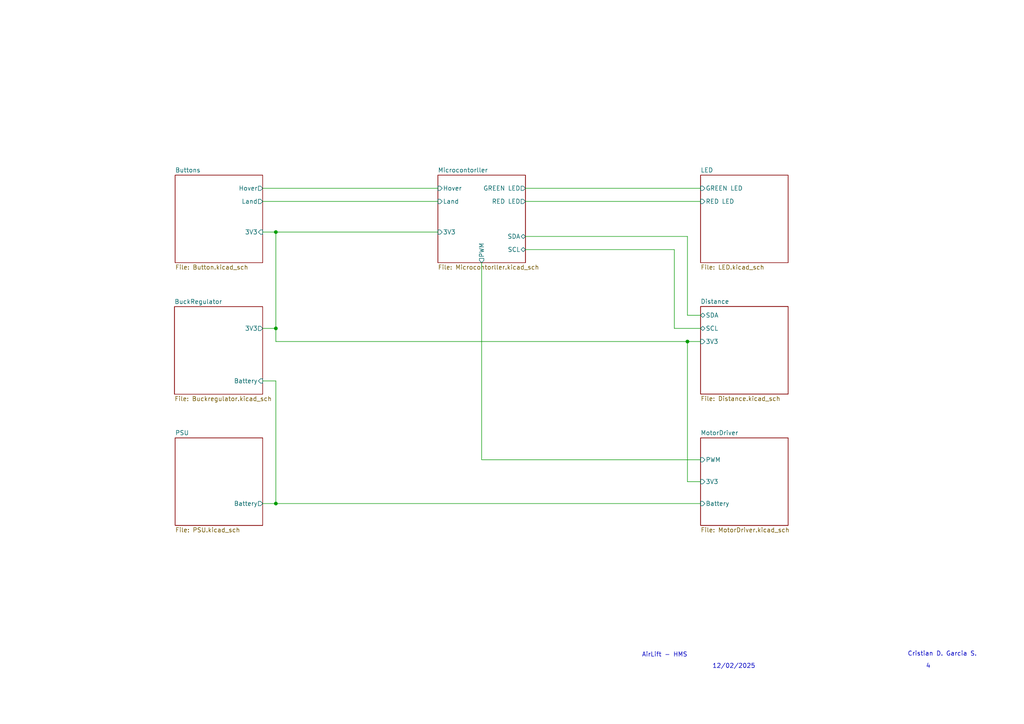
<source format=kicad_sch>
(kicad_sch
	(version 20250114)
	(generator "eeschema")
	(generator_version "9.0")
	(uuid "f58d4a15-dad3-4b2d-a625-0883ffa8695e")
	(paper "A4")
	(lib_symbols)
	(text "AirLift - HMS"
		(exclude_from_sim no)
		(at 192.786 189.992 0)
		(effects
			(font
				(size 1.27 1.27)
			)
		)
		(uuid "3fa765c5-ccdd-4e05-bd65-7c62d5cd2fd5")
	)
	(text "12/02/2025"
		(exclude_from_sim no)
		(at 212.852 193.294 0)
		(effects
			(font
				(size 1.27 1.27)
			)
		)
		(uuid "4e0653ca-5bbf-46ec-8999-7aace80ccbc9")
	)
	(text "Cristian D. Garcia S."
		(exclude_from_sim no)
		(at 273.304 189.738 0)
		(effects
			(font
				(size 1.27 1.27)
			)
		)
		(uuid "f28b475c-5ab8-46e5-a35b-2377e826383d")
	)
	(text "4"
		(exclude_from_sim no)
		(at 269.24 193.294 0)
		(effects
			(font
				(size 1.27 1.27)
			)
		)
		(uuid "f36ce811-49f8-4001-b393-71018e328a53")
	)
	(junction
		(at 80.01 146.05)
		(diameter 0)
		(color 0 0 0 0)
		(uuid "002413c6-73e7-4809-98f9-1a3b64a9881f")
	)
	(junction
		(at 80.01 67.31)
		(diameter 0)
		(color 0 0 0 0)
		(uuid "38944fd0-4ffd-435e-b3ff-18a2a6a48476")
	)
	(junction
		(at 80.01 95.25)
		(diameter 0)
		(color 0 0 0 0)
		(uuid "cd637ce4-6df4-4808-be5f-fcf4a6de23e2")
	)
	(junction
		(at 199.39 99.06)
		(diameter 0)
		(color 0 0 0 0)
		(uuid "f6b7acef-4629-469d-8013-148c0a26dbbf")
	)
	(wire
		(pts
			(xy 80.01 67.31) (xy 127 67.31)
		)
		(stroke
			(width 0)
			(type default)
		)
		(uuid "005b8315-85bc-422a-9b5b-7da240d738d7")
	)
	(wire
		(pts
			(xy 139.7 133.35) (xy 203.2 133.35)
		)
		(stroke
			(width 0)
			(type default)
		)
		(uuid "08998d78-df2f-4005-a671-0135ea6bfd45")
	)
	(wire
		(pts
			(xy 80.01 146.05) (xy 76.2 146.05)
		)
		(stroke
			(width 0)
			(type default)
		)
		(uuid "0d221e6c-5ff1-4d5b-ad24-39525aa9dd00")
	)
	(wire
		(pts
			(xy 76.2 95.25) (xy 80.01 95.25)
		)
		(stroke
			(width 0)
			(type default)
		)
		(uuid "19015a68-17c8-40e2-b124-66423fb3db3e")
	)
	(wire
		(pts
			(xy 76.2 58.42) (xy 127 58.42)
		)
		(stroke
			(width 0)
			(type default)
		)
		(uuid "1b605b23-bbd1-4ef8-8dff-82a0b16d32d1")
	)
	(wire
		(pts
			(xy 152.4 72.39) (xy 195.58 72.39)
		)
		(stroke
			(width 0)
			(type default)
		)
		(uuid "2298f559-82bb-438b-b60e-d3826f4e2730")
	)
	(wire
		(pts
			(xy 76.2 110.49) (xy 80.01 110.49)
		)
		(stroke
			(width 0)
			(type default)
		)
		(uuid "2e483e4d-fb14-4acc-9615-cc78b8aeba7c")
	)
	(wire
		(pts
			(xy 199.39 91.44) (xy 203.2 91.44)
		)
		(stroke
			(width 0)
			(type default)
		)
		(uuid "2e8e7515-f77f-42ac-9bb2-a003459df015")
	)
	(wire
		(pts
			(xy 80.01 95.25) (xy 80.01 67.31)
		)
		(stroke
			(width 0)
			(type default)
		)
		(uuid "3c3949d7-1fa6-492b-ab36-79057df32c43")
	)
	(wire
		(pts
			(xy 80.01 67.31) (xy 76.2 67.31)
		)
		(stroke
			(width 0)
			(type default)
		)
		(uuid "3f671eb2-7f8c-4a90-84a8-65ea2d482ad6")
	)
	(wire
		(pts
			(xy 152.4 68.58) (xy 199.39 68.58)
		)
		(stroke
			(width 0)
			(type default)
		)
		(uuid "49976390-31ac-420c-8d8d-4bbb48449944")
	)
	(wire
		(pts
			(xy 80.01 110.49) (xy 80.01 146.05)
		)
		(stroke
			(width 0)
			(type default)
		)
		(uuid "527d241f-386d-412e-a920-0fcb75d3926d")
	)
	(wire
		(pts
			(xy 199.39 99.06) (xy 80.01 99.06)
		)
		(stroke
			(width 0)
			(type default)
		)
		(uuid "669c5c29-07b0-40d7-afa6-7fdde9982c8e")
	)
	(wire
		(pts
			(xy 152.4 58.42) (xy 203.2 58.42)
		)
		(stroke
			(width 0)
			(type default)
		)
		(uuid "72a25eed-0595-41bd-991e-dd61333d481c")
	)
	(wire
		(pts
			(xy 152.4 54.61) (xy 203.2 54.61)
		)
		(stroke
			(width 0)
			(type default)
		)
		(uuid "7c815635-20c4-465c-90c3-bad941bb3dca")
	)
	(wire
		(pts
			(xy 195.58 95.25) (xy 203.2 95.25)
		)
		(stroke
			(width 0)
			(type default)
		)
		(uuid "84079250-50e0-4fe4-9980-4279a96364a7")
	)
	(wire
		(pts
			(xy 203.2 139.7) (xy 199.39 139.7)
		)
		(stroke
			(width 0)
			(type default)
		)
		(uuid "9208994d-c885-484e-a3e8-5f5226f64e45")
	)
	(wire
		(pts
			(xy 80.01 146.05) (xy 203.2 146.05)
		)
		(stroke
			(width 0)
			(type default)
		)
		(uuid "9e1c7f21-e3fd-4d5c-91bf-06aad1e80411")
	)
	(wire
		(pts
			(xy 203.2 99.06) (xy 199.39 99.06)
		)
		(stroke
			(width 0)
			(type default)
		)
		(uuid "a137b202-cf4d-428f-b4df-3daec5240515")
	)
	(wire
		(pts
			(xy 195.58 72.39) (xy 195.58 95.25)
		)
		(stroke
			(width 0)
			(type default)
		)
		(uuid "c44ffed1-21b7-417f-8e4d-96461b86fb14")
	)
	(wire
		(pts
			(xy 199.39 68.58) (xy 199.39 91.44)
		)
		(stroke
			(width 0)
			(type default)
		)
		(uuid "d178f2d2-8976-4c0a-a703-6849e0ae0d76")
	)
	(wire
		(pts
			(xy 139.7 76.2) (xy 139.7 133.35)
		)
		(stroke
			(width 0)
			(type default)
		)
		(uuid "da5d42a6-9150-4663-ad8c-1e39a3756c7a")
	)
	(wire
		(pts
			(xy 80.01 99.06) (xy 80.01 95.25)
		)
		(stroke
			(width 0)
			(type default)
		)
		(uuid "df48de79-917b-4cb9-a314-10785f157938")
	)
	(wire
		(pts
			(xy 199.39 139.7) (xy 199.39 99.06)
		)
		(stroke
			(width 0)
			(type default)
		)
		(uuid "ee2c7664-7a94-448b-a6f7-69b250b2e227")
	)
	(wire
		(pts
			(xy 76.2 54.61) (xy 127 54.61)
		)
		(stroke
			(width 0)
			(type default)
		)
		(uuid "f7cb77eb-25d9-4a8f-a011-3e880e3e26e1")
	)
	(sheet
		(at 50.8 127)
		(size 25.4 25.4)
		(exclude_from_sim no)
		(in_bom yes)
		(on_board yes)
		(dnp no)
		(fields_autoplaced yes)
		(stroke
			(width 0.1524)
			(type solid)
		)
		(fill
			(color 0 0 0 0.0000)
		)
		(uuid "2d4ce2ca-8b05-4995-a001-1a5091b94039")
		(property "Sheetname" "PSU"
			(at 50.8 126.2884 0)
			(effects
				(font
					(size 1.27 1.27)
				)
				(justify left bottom)
			)
		)
		(property "Sheetfile" "PSU.kicad_sch"
			(at 50.8 152.9846 0)
			(effects
				(font
					(size 1.27 1.27)
				)
				(justify left top)
			)
		)
		(pin "Battery" output
			(at 76.2 146.05 0)
			(uuid "313994ff-087d-45d0-a367-85de7b34478a")
			(effects
				(font
					(size 1.27 1.27)
				)
				(justify right)
			)
		)
		(instances
			(project "HMS"
				(path "/f58d4a15-dad3-4b2d-a625-0883ffa8695e"
					(page "6")
				)
			)
		)
	)
	(sheet
		(at 127 50.8)
		(size 25.4 25.4)
		(exclude_from_sim no)
		(in_bom yes)
		(on_board yes)
		(dnp no)
		(fields_autoplaced yes)
		(stroke
			(width 0.1524)
			(type solid)
		)
		(fill
			(color 0 0 0 0.0000)
		)
		(uuid "54963e36-cffa-4308-9618-770c45afa67c")
		(property "Sheetname" "Microcontorller"
			(at 127 50.0884 0)
			(effects
				(font
					(size 1.27 1.27)
				)
				(justify left bottom)
			)
		)
		(property "Sheetfile" "Microcontorller.kicad_sch"
			(at 127 76.7846 0)
			(effects
				(font
					(size 1.27 1.27)
				)
				(justify left top)
			)
		)
		(pin "SDA" bidirectional
			(at 152.4 68.58 0)
			(uuid "3d548553-1867-4842-9622-216cedde268b")
			(effects
				(font
					(size 1.27 1.27)
				)
				(justify right)
			)
		)
		(pin "SCL" bidirectional
			(at 152.4 72.39 0)
			(uuid "d94dd6ec-efc6-435c-a808-5607d4ad1bca")
			(effects
				(font
					(size 1.27 1.27)
				)
				(justify right)
			)
		)
		(pin "3V3" input
			(at 127 67.31 180)
			(uuid "8f6e42be-7bc9-4712-8571-731f281e2e9a")
			(effects
				(font
					(size 1.27 1.27)
				)
				(justify left)
			)
		)
		(pin "Land" input
			(at 127 58.42 180)
			(uuid "dd259ad3-adfc-4919-8b25-c9aaed3179f9")
			(effects
				(font
					(size 1.27 1.27)
				)
				(justify left)
			)
		)
		(pin "Hover" input
			(at 127 54.61 180)
			(uuid "f5ff737d-cefb-43b3-8c6a-54481d3c01e6")
			(effects
				(font
					(size 1.27 1.27)
				)
				(justify left)
			)
		)
		(pin "GREEN LED" output
			(at 152.4 54.61 0)
			(uuid "dbc8b44b-2adf-48ec-9f9f-80832426e51f")
			(effects
				(font
					(size 1.27 1.27)
				)
				(justify right)
			)
		)
		(pin "RED LED" output
			(at 152.4 58.42 0)
			(uuid "65bf4278-198a-4af5-8c82-3cbf585a7464")
			(effects
				(font
					(size 1.27 1.27)
				)
				(justify right)
			)
		)
		(pin "PWM" output
			(at 139.7 76.2 270)
			(uuid "a74993d3-4012-4dc4-97be-043b987040e1")
			(effects
				(font
					(size 1.27 1.27)
				)
				(justify left)
			)
		)
		(instances
			(project "HMS"
				(path "/f58d4a15-dad3-4b2d-a625-0883ffa8695e"
					(page "3")
				)
			)
		)
	)
	(sheet
		(at 203.2 127)
		(size 25.4 25.4)
		(exclude_from_sim no)
		(in_bom yes)
		(on_board yes)
		(dnp no)
		(fields_autoplaced yes)
		(stroke
			(width 0.1524)
			(type solid)
		)
		(fill
			(color 0 0 0 0.0000)
		)
		(uuid "61bbf576-9e17-4806-aa88-37d0cd4e4017")
		(property "Sheetname" "MotorDriver"
			(at 203.2 126.2884 0)
			(effects
				(font
					(size 1.27 1.27)
				)
				(justify left bottom)
			)
		)
		(property "Sheetfile" "MotorDriver.kicad_sch"
			(at 203.2 152.9846 0)
			(effects
				(font
					(size 1.27 1.27)
				)
				(justify left top)
			)
		)
		(pin "PWM" input
			(at 203.2 133.35 180)
			(uuid "177ca5b4-adb0-48ef-8242-042951939e48")
			(effects
				(font
					(size 1.27 1.27)
				)
				(justify left)
			)
		)
		(pin "Battery" input
			(at 203.2 146.05 180)
			(uuid "075b3314-6f8c-4da6-b2aa-2d46f0197006")
			(effects
				(font
					(size 1.27 1.27)
				)
				(justify left)
			)
		)
		(pin "3V3" input
			(at 203.2 139.7 180)
			(uuid "5fa2425f-c2a5-4377-a443-dc6f560330c3")
			(effects
				(font
					(size 1.27 1.27)
				)
				(justify left)
			)
		)
		(instances
			(project "HMS"
				(path "/f58d4a15-dad3-4b2d-a625-0883ffa8695e"
					(page "7")
				)
			)
		)
	)
	(sheet
		(at 203.2 88.9)
		(size 25.4 25.4)
		(exclude_from_sim no)
		(in_bom yes)
		(on_board yes)
		(dnp no)
		(fields_autoplaced yes)
		(stroke
			(width 0.1524)
			(type solid)
		)
		(fill
			(color 0 0 0 0.0000)
		)
		(uuid "67310ac2-b8fd-44a9-8b93-fc6de398a6ed")
		(property "Sheetname" "Distance"
			(at 203.2 88.1884 0)
			(effects
				(font
					(size 1.27 1.27)
				)
				(justify left bottom)
			)
		)
		(property "Sheetfile" "Distance.kicad_sch"
			(at 203.2 114.8846 0)
			(effects
				(font
					(size 1.27 1.27)
				)
				(justify left top)
			)
		)
		(pin "SDA" bidirectional
			(at 203.2 91.44 180)
			(uuid "ee0b4938-c4a1-4ed1-9144-1fcd2f227561")
			(effects
				(font
					(size 1.27 1.27)
				)
				(justify left)
			)
		)
		(pin "SCL" bidirectional
			(at 203.2 95.25 180)
			(uuid "ef362911-9638-4667-b419-e6a6efaad2dc")
			(effects
				(font
					(size 1.27 1.27)
				)
				(justify left)
			)
		)
		(pin "3V3" input
			(at 203.2 99.06 180)
			(uuid "fabd8e90-5fff-48da-b9a3-bed2fa1df409")
			(effects
				(font
					(size 1.27 1.27)
				)
				(justify left)
			)
		)
		(instances
			(project "HMS"
				(path "/f58d4a15-dad3-4b2d-a625-0883ffa8695e"
					(page "5")
				)
			)
		)
	)
	(sheet
		(at 50.5978 88.9423)
		(size 25.6022 25.4)
		(exclude_from_sim no)
		(in_bom yes)
		(on_board yes)
		(dnp no)
		(fields_autoplaced yes)
		(stroke
			(width 0.1524)
			(type solid)
		)
		(fill
			(color 0 0 0 0.0000)
		)
		(uuid "949a0c0f-a9c0-4cee-92fe-3384dfd218fd")
		(property "Sheetname" "BuckRegulator"
			(at 50.5978 88.2307 0)
			(effects
				(font
					(size 1.27 1.27)
				)
				(justify left bottom)
			)
		)
		(property "Sheetfile" "Buckregulator.kicad_sch"
			(at 50.5978 114.9269 0)
			(effects
				(font
					(size 1.27 1.27)
				)
				(justify left top)
			)
		)
		(pin "3V3" output
			(at 76.2 95.25 0)
			(uuid "b6707a43-13ac-430d-8b7a-d3c804860acf")
			(effects
				(font
					(size 1.27 1.27)
				)
				(justify right)
			)
		)
		(pin "Battery" input
			(at 76.2 110.49 0)
			(uuid "9b07cd5c-f689-4f1f-886f-af3c9948accd")
			(effects
				(font
					(size 1.27 1.27)
				)
				(justify right)
			)
		)
		(instances
			(project "HMS"
				(path "/f58d4a15-dad3-4b2d-a625-0883ffa8695e"
					(page "5")
				)
			)
		)
	)
	(sheet
		(at 203.2 50.8)
		(size 25.4 25.4)
		(exclude_from_sim no)
		(in_bom yes)
		(on_board yes)
		(dnp no)
		(fields_autoplaced yes)
		(stroke
			(width 0.1524)
			(type solid)
		)
		(fill
			(color 0 0 0 0.0000)
		)
		(uuid "c1d74b3e-a2d7-4db9-9e2e-28179944814d")
		(property "Sheetname" "LED"
			(at 203.2 50.0884 0)
			(effects
				(font
					(size 1.27 1.27)
				)
				(justify left bottom)
			)
		)
		(property "Sheetfile" "LED.kicad_sch"
			(at 203.2 76.7846 0)
			(effects
				(font
					(size 1.27 1.27)
				)
				(justify left top)
			)
		)
		(pin "GREEN LED" input
			(at 203.2 54.61 180)
			(uuid "ef7a1646-0752-4029-9c5e-ab15eb52351a")
			(effects
				(font
					(size 1.27 1.27)
				)
				(justify left)
			)
		)
		(pin "RED LED" input
			(at 203.2 58.42 180)
			(uuid "cd349948-d697-4176-9e83-0571473ac700")
			(effects
				(font
					(size 1.27 1.27)
				)
				(justify left)
			)
		)
		(instances
			(project "HMS"
				(path "/f58d4a15-dad3-4b2d-a625-0883ffa8695e"
					(page "9")
				)
			)
		)
	)
	(sheet
		(at 50.8 50.8)
		(size 25.4 25.4)
		(exclude_from_sim no)
		(in_bom yes)
		(on_board yes)
		(dnp no)
		(fields_autoplaced yes)
		(stroke
			(width 0.1524)
			(type solid)
		)
		(fill
			(color 0 0 0 0.0000)
		)
		(uuid "f5f5fd36-fa51-4a5c-b77b-ae5755a93441")
		(property "Sheetname" "Buttons"
			(at 50.8 50.0884 0)
			(effects
				(font
					(size 1.27 1.27)
				)
				(justify left bottom)
			)
		)
		(property "Sheetfile" "Button.kicad_sch"
			(at 50.8 76.7846 0)
			(effects
				(font
					(size 1.27 1.27)
				)
				(justify left top)
			)
		)
		(pin "3V3" input
			(at 76.2 67.31 0)
			(uuid "ee83050e-6132-47cc-a733-023c22f5f5ca")
			(effects
				(font
					(size 1.27 1.27)
				)
				(justify right)
			)
		)
		(pin "Hover" output
			(at 76.2 54.61 0)
			(uuid "d652c986-2a54-4948-8756-e4a45c48ab09")
			(effects
				(font
					(size 1.27 1.27)
				)
				(justify right)
			)
		)
		(pin "Land" output
			(at 76.2 58.42 0)
			(uuid "a0bddc21-4294-4f1b-9362-55f1befeac86")
			(effects
				(font
					(size 1.27 1.27)
				)
				(justify right)
			)
		)
		(instances
			(project "HMS"
				(path "/f58d4a15-dad3-4b2d-a625-0883ffa8695e"
					(page "7")
				)
			)
		)
	)
	(sheet_instances
		(path "/"
			(page "1")
		)
	)
	(embedded_fonts no)
)

</source>
